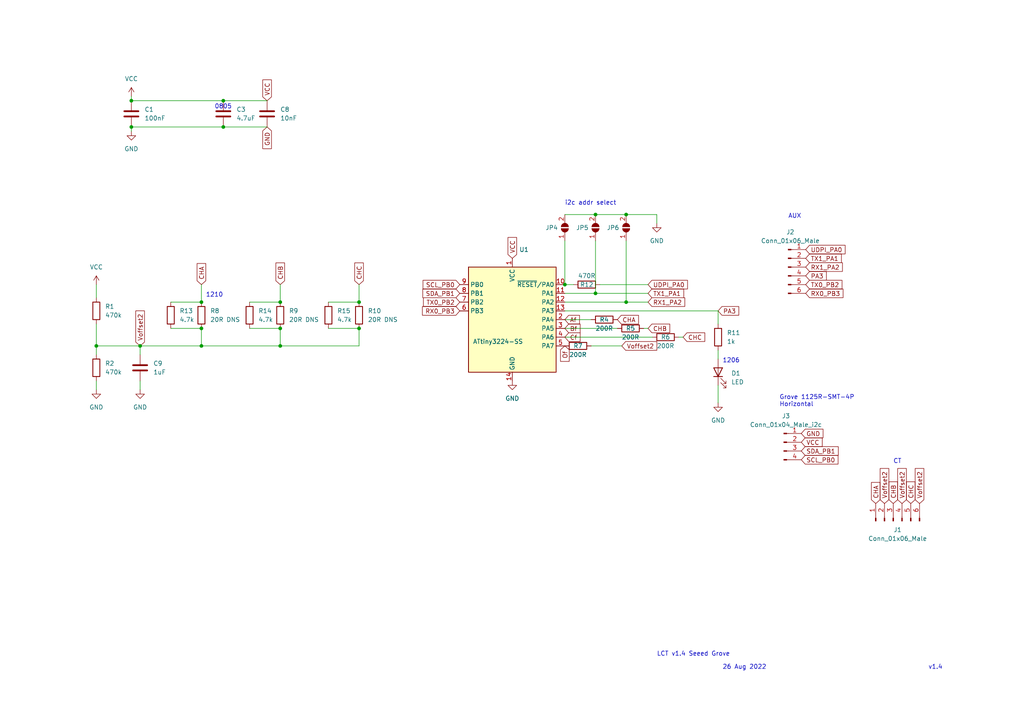
<source format=kicad_sch>
(kicad_sch (version 20211123) (generator eeschema)
  (paper "A4")
  (lib_symbols
    (symbol "Connector:Conn_01x04_Male" (pin_names (offset 1.016) hide)
      (property "Reference" "J" (at 0 5.08 0))
      (property "Value" "Conn_01x04_Male" (at 0 -7.62 0))
      (symbol "Conn_01x04_Male_1_1"
        (polyline (pts (xy 1.27 -5.08) (xy 0.8636 -5.08)) (stroke (width 0.1524)))
        (polyline (pts (xy 1.27 -2.54) (xy 0.8636 -2.54)) (stroke (width 0.1524)))
        (polyline (pts (xy 1.27 0) (xy 0.8636 0)) (stroke (width 0.1524)))
        (polyline (pts (xy 1.27 2.54) (xy 0.8636 2.54)) (stroke (width 0.1524)))
        (rectangle (start 0.8636 -4.953) (end 0 -5.207) (stroke (width 0.1524)) (fill (type outline)))
        (rectangle (start 0.8636 -2.413) (end 0 -2.667) (stroke (width 0.1524)) (fill (type outline)))
        (rectangle (start 0.8636 0.127) (end 0 -0.127) (stroke (width 0.1524)) (fill (type outline)))
        (rectangle (start 0.8636 2.667) (end 0 2.413) (stroke (width 0.1524)) (fill (type outline)))
        (pin passive line (at 5.08 2.54 180) (length 3.81) (name "Pin_1") (number "1"))
        (pin passive line (at 5.08 0 180) (length 3.81) (name "Pin_2") (number "2"))
        (pin passive line (at 5.08 -2.54 180) (length 3.81) (name "Pin_3") (number "3"))
        (pin passive line (at 5.08 -5.08 180) (length 3.81) (name "Pin_4") (number "4"))
      )
    )
    (symbol "Connector:Conn_01x06_Male" (pin_names (offset 1.016) hide)
      (property "Reference" "J" (at 0 7.62 0))
      (property "Value" "Conn_01x06_Male" (at 0 -10.16 0))
      (symbol "Conn_01x06_Male_1_1"
        (polyline (pts (xy 1.27 -7.62) (xy 0.8636 -7.62)) (stroke (width 0.1524)))
        (polyline (pts (xy 1.27 -5.08) (xy 0.8636 -5.08)) (stroke (width 0.1524)))
        (polyline (pts (xy 1.27 -2.54) (xy 0.8636 -2.54)) (stroke (width 0.1524)))
        (polyline (pts (xy 1.27 0) (xy 0.8636 0)) (stroke (width 0.1524)))
        (polyline (pts (xy 1.27 2.54) (xy 0.8636 2.54)) (stroke (width 0.1524)))
        (polyline (pts (xy 1.27 5.08) (xy 0.8636 5.08)) (stroke (width 0.1524)))
        (rectangle (start 0.8636 -7.493) (end 0 -7.747) (stroke (width 0.1524)) (fill (type outline)))
        (rectangle (start 0.8636 -4.953) (end 0 -5.207) (stroke (width 0.1524)) (fill (type outline)))
        (rectangle (start 0.8636 -2.413) (end 0 -2.667) (stroke (width 0.1524)) (fill (type outline)))
        (rectangle (start 0.8636 0.127) (end 0 -0.127) (stroke (width 0.1524)) (fill (type outline)))
        (rectangle (start 0.8636 2.667) (end 0 2.413) (stroke (width 0.1524)) (fill (type outline)))
        (rectangle (start 0.8636 5.207) (end 0 4.953) (stroke (width 0.1524)) (fill (type outline)))
        (pin passive line (at 5.08 5.08 180) (length 3.81) (name "Pin_1") (number "1"))
        (pin passive line (at 5.08 2.54 180) (length 3.81) (name "Pin_2") (number "2"))
        (pin passive line (at 5.08 0 180) (length 3.81) (name "Pin_3") (number "3"))
        (pin passive line (at 5.08 -2.54 180) (length 3.81) (name "Pin_4") (number "4"))
        (pin passive line (at 5.08 -5.08 180) (length 3.81) (name "Pin_5") (number "5"))
        (pin passive line (at 5.08 -7.62 180) (length 3.81) (name "Pin_6") (number "6"))
      )
    )
    (symbol "Device:C" (pin_numbers hide) (pin_names (offset 0.254))
      (property "Reference" "C" (at 0.635 2.54 0))
      (property "Value" "C" (at 0.635 -2.54 0))
      (symbol "C_0_1"
        (polyline (pts (xy -2.032 -0.762) (xy 2.032 -0.762)) (stroke (width 0.508)))
        (polyline (pts (xy -2.032 0.762) (xy 2.032 0.762)) (stroke (width 0.508)))
      )
      (symbol "C_1_1"
        (pin passive line (at 0 3.81 270) (length 2.794) (name "~") (number "1"))
        (pin passive line (at 0 -3.81 90) (length 2.794) (name "~") (number "2"))
      )
    )
    (symbol "Device:LED" (pin_numbers hide) (pin_names (offset 1.016) hide)
      (property "Reference" "D" (at 0 2.54 0))
      (property "Value" "LED" (at 0 -2.54 0))
      (symbol "LED_0_1"
        (polyline (pts (xy -1.27 -1.27) (xy -1.27 1.27)) (stroke (width 0.254)))
        (polyline (pts (xy -1.27 0) (xy 1.27 0)))
        (polyline (pts (xy 1.27 -1.27) (xy 1.27 1.27) (xy -1.27 0) (xy 1.27 -1.27)) (stroke (width 0.254)))
        (polyline (pts (xy -3.048 -0.762) (xy -4.572 -2.286) (xy -3.81 -2.286) (xy -4.572 -2.286) (xy -4.572 -1.524)))
        (polyline (pts (xy -1.778 -0.762) (xy -3.302 -2.286) (xy -2.54 -2.286) (xy -3.302 -2.286) (xy -3.302 -1.524)))
      )
      (symbol "LED_1_1"
        (pin passive line (at -3.81 0 0) (length 2.54) (name "K") (number "1"))
        (pin passive line (at 3.81 0 180) (length 2.54) (name "A") (number "2"))
      )
    )
    (symbol "Device:R" (pin_numbers hide) (pin_names (offset 0))
      (property "Reference" "R" (at 2.032 0 90))
      (property "Value" "R" (at 0 0 90))
      (symbol "R_0_1"
        (rectangle (start -1.016 -2.54) (end 1.016 2.54) (stroke (width 0.254)))
      )
      (symbol "R_1_1"
        (pin passive line (at 0 3.81 270) (length 1.27) (name "~") (number "1"))
        (pin passive line (at 0 -3.81 90) (length 1.27) (name "~") (number "2"))
      )
    )
    (symbol "Jumper:SolderJumper_2_Open" (pin_names (offset 0) hide)
      (property "Reference" "JP" (at 0 2.032 0))
      (property "Value" "SolderJumper_2_Open" (at 0 -2.54 0))
      (symbol "SolderJumper_2_Open_0_1"
        (arc (start -0.254 1.016) (mid -1.27 0) (end -0.254 -1.016))
        (arc (start -0.254 1.016) (mid -1.27 0) (end -0.254 -1.016) (fill (type outline)))
        (polyline (pts (xy -0.254 1.016) (xy -0.254 -1.016)))
        (polyline (pts (xy 0.254 1.016) (xy 0.254 -1.016)))
        (arc (start 0.254 -1.016) (mid 1.27 0) (end 0.254 1.016))
        (arc (start 0.254 -1.016) (mid 1.27 0) (end 0.254 1.016) (fill (type outline)))
      )
      (symbol "SolderJumper_2_Open_1_1"
        (pin passive line (at -3.81 0 0) (length 2.54) (name "A") (number "1"))
        (pin passive line (at 3.81 0 180) (length 2.54) (name "B") (number "2"))
      )
    )
    (symbol "MCU_Microchip_ATtiny:ATtiny3224-SS"
      (property "Reference" "U" (at -12.7 16.51 0))
      (property "Value" "ATtiny3224-SS" (at 2.54 -16.51 0))
      (symbol "ATtiny3224-SS_0_1"
        (rectangle (start -12.7 -15.24) (end 12.7 15.24) (stroke (width 0.254)) (fill (type background)))
      )
      (symbol "ATtiny3224-SS_1_1"
        (pin power_in line (at 0 17.78 270) (length 2.54) (name "VCC") (number "1"))
        (pin bidirectional line (at 15.24 10.16 180) (length 2.54) (name "~{RESET}/PA0") (number "10"))
        (pin bidirectional line (at 15.24 7.62 180) (length 2.54) (name "PA1") (number "11"))
        (pin bidirectional line (at 15.24 5.08 180) (length 2.54) (name "PA2") (number "12"))
        (pin bidirectional line (at 15.24 2.54 180) (length 2.54) (name "PA3") (number "13"))
        (pin power_in line (at 0 -17.78 90) (length 2.54) (name "GND") (number "14"))
        (pin bidirectional line (at 15.24 0 180) (length 2.54) (name "PA4") (number "2"))
        (pin bidirectional line (at 15.24 -2.54 180) (length 2.54) (name "PA5") (number "3"))
        (pin bidirectional line (at 15.24 -5.08 180) (length 2.54) (name "PA6") (number "4"))
        (pin bidirectional line (at 15.24 -7.62 180) (length 2.54) (name "PA7") (number "5"))
        (pin bidirectional line (at -15.24 2.54 0) (length 2.54) (name "PB3") (number "6"))
        (pin bidirectional line (at -15.24 5.08 0) (length 2.54) (name "PB2") (number "7"))
        (pin bidirectional line (at -15.24 7.62 0) (length 2.54) (name "PB1") (number "8"))
        (pin bidirectional line (at -15.24 10.16 0) (length 2.54) (name "PB0") (number "9"))
      )
    )
    (symbol "power:GND" (power) (pin_names (offset 0))
      (property "Value" "GND" (at 0 -3.81 0))
      (symbol "GND_0_1"
        (polyline (pts (xy 0 0) (xy 0 -1.27) (xy 1.27 -1.27) (xy 0 -2.54) (xy -1.27 -1.27) (xy 0 -1.27)))
      )
      (symbol "GND_1_1"
        (pin power_in line (at 0 0 270) (length 0) hide (name "GND") (number "1"))
      )
    )
    (symbol "power:VCC" (power) (pin_names (offset 0))
      (property "Value" "VCC" (at 0 3.81 0))
      (symbol "VCC_0_1"
        (polyline (pts (xy -0.762 1.27) (xy 0 2.54)))
        (polyline (pts (xy 0 0) (xy 0 2.54)))
        (polyline (pts (xy 0 2.54) (xy 0.762 1.27)))
      )
      (symbol "VCC_1_1"
        (pin power_in line (at 0 0 90) (length 0) hide (name "VCC") (number "1"))
      )
    )
  )
  (junction (at 58.42 100.33))
  (junction (at 172.72 85.09))
  (junction (at 64.77 36.83))
  (junction (at 104.14 95.25))
  (junction (at 27.94 100.33))
  (junction (at 58.42 87.63))
  (junction (at 172.72 62.23))
  (junction (at 181.61 62.23))
  (junction (at 81.28 100.33))
  (junction (at 40.64 100.33))
  (junction (at 38.1 29.21))
  (junction (at 81.28 95.25))
  (junction (at 64.77 29.21))
  (junction (at 104.14 87.63))
  (junction (at 181.61 87.63))
  (junction (at 81.28 87.63))
  (junction (at 58.42 95.25))
  (junction (at 163.83 82.55))
  (junction (at 38.1 36.83))
  (wire (pts (xy 163.83 97.79) (xy 189.23 97.79)))
  (wire (pts (xy 64.77 36.83) (xy 77.47 36.83)))
  (wire (pts (xy 163.83 95.25) (xy 179.07 95.25)))
  (wire (pts (xy 173.99 82.55) (xy 187.96 82.55)))
  (wire (pts (xy 163.83 85.09) (xy 172.72 85.09)))
  (wire (pts (xy 104.14 95.25) (xy 104.14 100.33)))
  (wire (pts (xy 163.83 90.17) (xy 208.28 90.17)))
  (wire (pts (xy 172.72 62.23) (xy 181.61 62.23)))
  (wire (pts (xy 163.83 92.71) (xy 171.45 92.71)))
  (wire (pts (xy 38.1 36.83) (xy 38.1 38.1)))
  (wire (pts (xy 104.14 82.55) (xy 104.14 87.63)))
  (wire (pts (xy 171.45 100.33) (xy 180.34 100.33)))
  (wire (pts (xy 38.1 29.21) (xy 38.1 27.94)))
  (wire (pts (xy 95.25 95.25) (xy 104.14 95.25)))
  (wire (pts (xy 208.28 101.6) (xy 208.28 104.14)))
  (wire (pts (xy 163.83 82.55) (xy 166.37 82.55)))
  (wire (pts (xy 81.28 82.55) (xy 81.28 87.63)))
  (wire (pts (xy 49.53 87.63) (xy 58.42 87.63)))
  (wire (pts (xy 163.83 87.63) (xy 181.61 87.63)))
  (wire (pts (xy 58.42 82.55) (xy 58.42 87.63)))
  (wire (pts (xy 172.72 85.09) (xy 187.96 85.09)))
  (wire (pts (xy 181.61 87.63) (xy 187.96 87.63)))
  (wire (pts (xy 81.28 95.25) (xy 81.28 100.33)))
  (wire (pts (xy 27.94 110.49) (xy 27.94 113.03)))
  (wire (pts (xy 27.94 93.98) (xy 27.94 100.33)))
  (wire (pts (xy 181.61 62.23) (xy 190.5 62.23)))
  (wire (pts (xy 58.42 95.25) (xy 58.42 100.33)))
  (wire (pts (xy 38.1 36.83) (xy 64.77 36.83)))
  (wire (pts (xy 40.64 100.33) (xy 58.42 100.33)))
  (wire (pts (xy 27.94 102.87) (xy 27.94 100.33)))
  (wire (pts (xy 27.94 100.33) (xy 40.64 100.33)))
  (wire (pts (xy 40.64 100.33) (xy 40.64 102.87)))
  (wire (pts (xy 190.5 62.23) (xy 190.5 64.77)))
  (wire (pts (xy 208.28 90.17) (xy 208.28 93.98)))
  (wire (pts (xy 72.39 95.25) (xy 81.28 95.25)))
  (wire (pts (xy 172.72 69.85) (xy 172.72 85.09)))
  (wire (pts (xy 49.53 95.25) (xy 58.42 95.25)))
  (wire (pts (xy 40.64 110.49) (xy 40.64 113.03)))
  (wire (pts (xy 58.42 100.33) (xy 81.28 100.33)))
  (wire (pts (xy 181.61 69.85) (xy 181.61 87.63)))
  (wire (pts (xy 186.69 95.25) (xy 187.96 95.25)))
  (wire (pts (xy 196.85 97.79) (xy 198.12 97.79)))
  (wire (pts (xy 163.83 62.23) (xy 172.72 62.23)))
  (wire (pts (xy 208.28 111.76) (xy 208.28 116.84)))
  (wire (pts (xy 72.39 87.63) (xy 81.28 87.63)))
  (wire (pts (xy 81.28 100.33) (xy 104.14 100.33)))
  (wire (pts (xy 38.1 29.21) (xy 64.77 29.21)))
  (wire (pts (xy 95.25 87.63) (xy 104.14 87.63)))
  (wire (pts (xy 27.94 82.55) (xy 27.94 86.36)))
  (wire (pts (xy 64.77 29.21) (xy 77.47 29.21)))
  (wire (pts (xy 163.83 69.85) (xy 163.83 82.55)))
  (text "i2c addr select" (at 163.83 59.69 0) (effects (font (size 1.27 1.27)) (justify left bottom)))
  (text "v1.4" (at 269.24 194.31 0) (effects (font (size 1.27 1.27)) (justify left bottom)))
  (text "CT" (at 259.08 134.62 0) (effects (font (size 1.27 1.27)) (justify left bottom)))
  (text "26 Aug 2022" (at 209.55 194.31 0) (effects (font (size 1.27 1.27)) (justify left bottom)))
  (text "LCT v1.4 Seeed Grove" (at 190.5 190.5 0) (effects (font (size 1.27 1.27)) (justify left bottom)))
  (text "0805" (at 62.23 31.75 0) (effects (font (size 1.27 1.27)) (justify left bottom)))
  (text "1206" (at 209.55 105.41 0) (effects (font (size 1.27 1.27)) (justify left bottom)))
  (text "AUX\n" (at 228.6 63.5 0) (effects (font (size 1.27 1.27)) (justify left bottom)))
  (text "Grove 1125R-SMT-4P \nHorizontal" (at 226.06 118.11 0) (effects (font (size 1.27 1.27)) (justify left bottom)))
  (text "1210" (at 59.69 86.36 0) (effects (font (size 1.27 1.27)) (justify left bottom)))
  (global_label "RX1_PA2" (shape input) (at 233.68 77.47 0) (property "Intersheet References" "${INTERSHEET_REFS}" (effects hide)))
  (global_label "CHB" (shape input) (at 187.96 95.25 0) (property "Intersheet References" "${INTERSHEET_REFS}" (effects hide)))
  (global_label "UDPI_PA0" (shape input) (at 187.96 82.55 0) (property "Intersheet References" "${INTERSHEET_REFS}" (effects hide)))
  (global_label "Af" (shape input) (at 163.83 92.71 0) (property "Intersheet References" "${INTERSHEET_REFS}" (effects hide)))
  (global_label "TX1_PA1" (shape input) (at 233.68 74.93 0) (property "Intersheet References" "${INTERSHEET_REFS}" (effects hide)))
  (global_label "CHB" (shape input) (at 259.08 146.05 90) (property "Intersheet References" "${INTERSHEET_REFS}" (effects hide)))
  (global_label "RX1_PA2" (shape input) (at 187.96 87.63 0) (property "Intersheet References" "${INTERSHEET_REFS}" (effects hide)))
  (global_label "CHC" (shape input) (at 264.16 146.05 90) (property "Intersheet References" "${INTERSHEET_REFS}" (effects hide)))
  (global_label "SDA_PB1" (shape input) (at 133.35 85.09 180) (property "Intersheet References" "${INTERSHEET_REFS}" (effects hide)))
  (global_label "CHC" (shape input) (at 198.12 97.79 0) (property "Intersheet References" "${INTERSHEET_REFS}" (effects hide)))
  (global_label "SCL_PB0" (shape input) (at 133.35 82.55 180) (property "Intersheet References" "${INTERSHEET_REFS}" (effects hide)))
  (global_label "Voffset2" (shape input) (at 180.34 100.33 0) (property "Intersheet References" "${INTERSHEET_REFS}" (effects hide)))
  (global_label "VCC" (shape input) (at 148.59 74.93 90) (property "Intersheet References" "${INTERSHEET_REFS}" (effects hide)))
  (global_label "SDA_PB1" (shape input) (at 232.41 130.81 0) (property "Intersheet References" "${INTERSHEET_REFS}" (effects hide)))
  (global_label "Voffset2" (shape input) (at 261.62 146.05 90) (property "Intersheet References" "${INTERSHEET_REFS}" (effects hide)))
  (global_label "CHB" (shape input) (at 81.28 82.55 90) (property "Intersheet References" "${INTERSHEET_REFS}" (effects hide)))
  (global_label "RX0_PB3" (shape input) (at 133.35 90.17 180) (property "Intersheet References" "${INTERSHEET_REFS}" (effects hide)))
  (global_label "UDPI_PA0" (shape input) (at 233.68 72.39 0) (property "Intersheet References" "${INTERSHEET_REFS}" (effects hide)))
  (global_label "PA3" (shape input) (at 208.28 90.17 0) (property "Intersheet References" "${INTERSHEET_REFS}" (effects hide)))
  (global_label "TX0_PB2" (shape input) (at 233.68 82.55 0) (property "Intersheet References" "${INTERSHEET_REFS}" (effects hide)))
  (global_label "VCC" (shape input) (at 232.41 128.27 0) (property "Intersheet References" "${INTERSHEET_REFS}" (effects hide)))
  (global_label "Voffset2" (shape input) (at 266.7 146.05 90) (property "Intersheet References" "${INTERSHEET_REFS}" (effects hide)))
  (global_label "RX0_PB3" (shape input) (at 233.68 85.09 0) (property "Intersheet References" "${INTERSHEET_REFS}" (effects hide)))
  (global_label "CHA" (shape input) (at 254 146.05 90) (property "Intersheet References" "${INTERSHEET_REFS}" (effects hide)))
  (global_label "TX0_PB2" (shape input) (at 133.35 87.63 180) (property "Intersheet References" "${INTERSHEET_REFS}" (effects hide)))
  (global_label "TX1_PA1" (shape input) (at 187.96 85.09 0) (property "Intersheet References" "${INTERSHEET_REFS}" (effects hide)))
  (global_label "CHA" (shape input) (at 58.42 82.55 90) (property "Intersheet References" "${INTERSHEET_REFS}" (effects hide)))
  (global_label "VCC" (shape input) (at 77.47 29.21 90) (property "Intersheet References" "${INTERSHEET_REFS}" (effects hide)))
  (global_label "CHA" (shape input) (at 179.07 92.71 0) (property "Intersheet References" "${INTERSHEET_REFS}" (effects hide)))
  (global_label "Voffset2" (shape input) (at 40.64 100.33 90) (property "Intersheet References" "${INTERSHEET_REFS}" (effects hide)))
  (global_label "Cf" (shape input) (at 163.83 97.79 0) (property "Intersheet References" "${INTERSHEET_REFS}" (effects hide)))
  (global_label "Bf" (shape input) (at 163.83 95.25 0) (property "Intersheet References" "${INTERSHEET_REFS}" (effects hide)))
  (global_label "SCL_PB0" (shape input) (at 232.41 133.35 0) (property "Intersheet References" "${INTERSHEET_REFS}" (effects hide)))
  (global_label "Voffset2" (shape input) (at 256.54 146.05 90) (property "Intersheet References" "${INTERSHEET_REFS}" (effects hide)))
  (global_label "PA3" (shape input) (at 233.68 80.01 0) (property "Intersheet References" "${INTERSHEET_REFS}" (effects hide)))
  (global_label "GND" (shape input) (at 232.41 125.73 0) (property "Intersheet References" "${INTERSHEET_REFS}" (effects hide)))
  (global_label "CHC" (shape input) (at 104.14 82.55 90) (property "Intersheet References" "${INTERSHEET_REFS}" (effects hide)))
  (global_label "GND" (shape input) (at 77.47 36.83 270) (property "Intersheet References" "${INTERSHEET_REFS}" (effects hide)))
  (global_label "Of" (shape input) (at 163.83 100.33 270) (property "Intersheet References" "${INTERSHEET_REFS}" (effects hide)))
  (symbol (lib_id "Device:R") (at 175.26 92.71 90) (unit 1)
    (property "Reference" "R4" (at 175.26 92.71 90))
    (property "Value" "200R" (at 175.26 95.25 90))
    (property "Footprint" "Resistor_SMD:R_0603_1608Metric" (effects hide))
  )
  (symbol (lib_id "power:VCC") (at 38.1 27.94 0) (unit 1)
    (property "Reference" "#PWR03" (effects hide))
    (property "Value" "VCC" (at 38.1 22.86 0))
  )
  (symbol (lib_id "power:GND") (at 38.1 38.1 0) (unit 1)
    (property "Reference" "#PWR04" (effects hide))
    (property "Value" "GND" (at 38.1 43.18 0))
  )
  (symbol (lib_id "Device:R") (at 95.25 91.44 0) (unit 1)
    (property "Reference" "R15" (at 97.79 90.1699 0) (effects (justify left)))
    (property "Value" "4.7k" (at 97.79 92.7099 0) (effects (justify left)))
    (property "Footprint" "Resistor_SMD:R_0603_1608Metric" (effects hide))
  )
  (symbol (lib_id "Jumper:SolderJumper_2_Open") (at 181.61 66.04 90) (unit 1)
    (property "Reference" "JP6" (at 177.8 66.04 90))
    (property "Value" "SolderJumper_2_Open" (effects hide))
    (property "Footprint" "Jumper:SolderJumper-2_P1.3mm_Open_TrianglePad1.0x1.5mm" (effects hide))
  )
  (symbol (lib_id "power:VCC") (at 27.94 82.55 0) (unit 1)
    (property "Reference" "#PWR01" (effects hide))
    (property "Value" "VCC" (at 27.94 77.47 0))
  )
  (symbol (lib_id "power:GND") (at 40.64 113.03 0) (unit 1)
    (property "Reference" "#PWR05" (effects hide))
    (property "Value" "GND" (at 40.64 118.11 0))
  )
  (symbol (lib_id "Device:C") (at 77.47 33.02 0) (unit 1)
    (property "Reference" "C8" (at 81.28 31.7499 0) (effects (justify left)))
    (property "Value" "10nF" (at 81.28 34.2899 0) (effects (justify left)))
    (property "Footprint" "Capacitor_SMD:C_0603_1608Metric" (effects hide))
  )
  (symbol (lib_id "Connector:Conn_01x06_Male") (at 259.08 151.13 90) (unit 1)
    (property "Reference" "J1" (at 260.35 153.67 90))
    (property "Value" "Conn_01x06_Male" (at 260.35 156.21 90))
    (property "Footprint" "TerminalBlock_TE-Connectivity:TerminalBlock_TE_282834-6_1x06_P2.54mm_Horizontal" (effects hide))
  )
  (symbol (lib_id "power:GND") (at 208.28 116.84 0) (unit 1)
    (property "Reference" "#PWR0101" (effects hide))
    (property "Value" "GND" (at 208.28 121.92 0))
  )
  (symbol (lib_id "Device:R") (at 182.88 95.25 90) (unit 1)
    (property "Reference" "R5" (at 182.88 95.25 90))
    (property "Value" "200R" (at 182.88 97.79 90))
    (property "Footprint" "Resistor_SMD:R_0603_1608Metric" (effects hide))
  )
  (symbol (lib_id "Device:R") (at 208.28 97.79 0) (unit 1)
    (property "Reference" "R11" (at 210.82 96.5199 0) (effects (justify left)))
    (property "Value" "1k" (at 210.82 99.0599 0) (effects (justify left)))
    (property "Footprint" "Resistor_SMD:R_0603_1608Metric" (effects hide))
  )
  (symbol (lib_id "Device:C") (at 38.1 33.02 0) (unit 1)
    (property "Reference" "C1" (at 41.91 31.7499 0) (effects (justify left)))
    (property "Value" "100nF" (at 41.91 34.2899 0) (effects (justify left)))
    (property "Footprint" "Capacitor_SMD:C_0603_1608Metric" (effects hide))
  )
  (symbol (lib_id "MCU_Microchip_ATtiny:ATtiny3224-SS") (at 148.59 92.71 0) (unit 1)
    (property "Reference" "U1" (at 150.6094 72.39 0) (effects (justify left)))
    (property "Value" "ATtiny3224-SS" (at 137.16 99.06 0) (effects (justify left)))
    (property "Footprint" "Package_SO:SOIC-14_3.9x8.7mm_P1.27mm" (effects hide))
    (property "Datasheet" "https://ww1.microchip.com/downloads/en/DeviceDoc/ATtiny3224-3226-3227-Data-Sheet-DS40002345A.pdf" (effects hide))
  )
  (symbol (lib_id "Connector:Conn_01x06_Male") (at 228.6 77.47 0) (unit 1)
    (property "Reference" "J2" (at 229.235 67.31 0))
    (property "Value" "Conn_01x06_Male" (at 229.235 69.85 0))
    (property "Footprint" "TerminalBlock_TE-Connectivity:TerminalBlock_TE_282834-6_1x06_P2.54mm_Horizontal" (effects hide))
  )
  (symbol (lib_id "power:GND") (at 190.5 64.77 0) (unit 1)
    (property "Reference" "#PWR0102" (effects hide))
    (property "Value" "GND" (at 190.5 69.85 0))
  )
  (symbol (lib_id "Jumper:SolderJumper_2_Open") (at 163.83 66.04 90) (unit 1)
    (property "Reference" "JP4" (at 160.02 66.04 90))
    (property "Value" "SolderJumper_2_Open" (effects hide))
    (property "Footprint" "Jumper:SolderJumper-2_P1.3mm_Open_TrianglePad1.0x1.5mm" (effects hide))
  )
  (symbol (lib_id "Device:R") (at 104.14 91.44 0) (unit 1)
    (property "Reference" "R10" (at 106.68 90.1699 0) (effects (justify left)))
    (property "Value" "20R DNS" (at 106.68 92.7099 0) (effects (justify left)))
    (property "Footprint" "Resistor_SMD:R_1210_3225Metric" (effects hide))
  )
  (symbol (lib_id "Device:R") (at 81.28 91.44 0) (unit 1)
    (property "Reference" "R9" (at 83.82 90.1699 0) (effects (justify left)))
    (property "Value" "20R DNS" (at 83.82 92.7099 0) (effects (justify left)))
    (property "Footprint" "Resistor_SMD:R_1210_3225Metric" (effects hide))
  )
  (symbol (lib_id "Jumper:SolderJumper_2_Open") (at 172.72 66.04 90) (unit 1)
    (property "Reference" "JP5" (at 168.91 66.04 90))
    (property "Value" "SolderJumper_2_Open" (effects hide))
    (property "Footprint" "Jumper:SolderJumper-2_P1.3mm_Open_TrianglePad1.0x1.5mm" (effects hide))
  )
  (symbol (lib_id "Connector:Conn_01x04_Male") (at 227.33 128.27 0) (unit 1)
    (property "Reference" "J3" (at 227.965 120.65 0))
    (property "Value" "Conn_01x04_Male_i2c" (at 227.965 123.19 0))
    (property "Footprint" "Connector_JST:JST_PH_S4B-PH-SM4-TB_1x04-1MP_P2.00mm_Horizontal" (effects hide))
    (property "Datasheet" "JST: S4B-PH-SM4-TB(LF)(SN), Digikey# 455-1751-1-ND, Seeed: 1125R-SMT-4P" (effects hide))
  )
  (symbol (lib_id "Device:C") (at 40.64 106.68 0) (unit 1)
    (property "Reference" "C9" (at 44.45 105.4099 0) (effects (justify left)))
    (property "Value" "1uF" (at 44.45 107.9499 0) (effects (justify left)))
    (property "Footprint" "Capacitor_SMD:C_0805_2012Metric" (effects hide))
  )
  (symbol (lib_id "Device:R") (at 27.94 106.68 0) (unit 1)
    (property "Reference" "R2" (at 30.48 105.4099 0) (effects (justify left)))
    (property "Value" "470k" (at 30.48 107.9499 0) (effects (justify left)))
    (property "Footprint" "Resistor_SMD:R_0603_1608Metric" (effects hide))
  )
  (symbol (lib_id "Device:R") (at 193.04 97.79 90) (unit 1)
    (property "Reference" "R6" (at 193.04 97.79 90))
    (property "Value" "200R" (at 193.04 100.33 90))
    (property "Footprint" "Resistor_SMD:R_0603_1608Metric" (effects hide))
  )
  (symbol (lib_id "Device:R") (at 58.42 91.44 0) (unit 1)
    (property "Reference" "R8" (at 60.96 90.1699 0) (effects (justify left)))
    (property "Value" "20R DNS" (at 60.96 92.7099 0) (effects (justify left)))
    (property "Footprint" "Resistor_SMD:R_1210_3225Metric" (effects hide))
  )
  (symbol (lib_id "Device:R") (at 72.39 91.44 0) (unit 1)
    (property "Reference" "R14" (at 74.93 90.1699 0) (effects (justify left)))
    (property "Value" "4.7k" (at 74.93 92.7099 0) (effects (justify left)))
    (property "Footprint" "Resistor_SMD:R_0603_1608Metric" (effects hide))
  )
  (symbol (lib_id "Device:R") (at 27.94 90.17 0) (unit 1)
    (property "Reference" "R1" (at 30.48 88.8999 0) (effects (justify left)))
    (property "Value" "470k" (at 30.48 91.4399 0) (effects (justify left)))
    (property "Footprint" "Resistor_SMD:R_0603_1608Metric" (effects hide))
  )
  (symbol (lib_id "Device:C") (at 64.77 33.02 0) (unit 1)
    (property "Reference" "C3" (at 68.58 31.7499 0) (effects (justify left)))
    (property "Value" "4.7uF" (at 68.58 34.2899 0) (effects (justify left)))
    (property "Footprint" "Capacitor_SMD:C_0805_2012Metric" (effects hide))
  )
  (symbol (lib_id "Device:LED") (at 208.28 107.95 90) (unit 1)
    (property "Reference" "D1" (at 212.09 108.2674 90) (effects (justify right)))
    (property "Value" "LED" (at 212.09 110.8074 90) (effects (justify right)))
    (property "Footprint" "LED_SMD:LED_0805_2012Metric" (effects hide))
  )
  (symbol (lib_id "Device:R") (at 49.53 91.44 0) (unit 1)
    (property "Reference" "R13" (at 52.07 90.1699 0) (effects (justify left)))
    (property "Value" "4.7k" (at 52.07 92.7099 0) (effects (justify left)))
    (property "Footprint" "Resistor_SMD:R_0603_1608Metric" (effects hide))
  )
  (symbol (lib_id "power:GND") (at 148.59 110.49 0) (unit 1)
    (property "Reference" "#PWR07" (effects hide))
    (property "Value" "GND" (at 148.59 115.57 0))
  )
  (symbol (lib_id "Device:R") (at 170.18 82.55 90) (unit 1)
    (property "Reference" "R12" (at 170.18 82.55 90))
    (property "Value" "470R" (at 170.18 80.01 90))
    (property "Footprint" "Resistor_SMD:R_0603_1608Metric" (effects hide))
  )
  (symbol (lib_id "Device:R") (at 167.64 100.33 90) (unit 1)
    (property "Reference" "R7" (at 167.64 100.33 90))
    (property "Value" "200R" (at 167.64 102.87 90))
    (property "Footprint" "Resistor_SMD:R_0603_1608Metric" (effects hide))
  )
  (symbol (lib_id "power:GND") (at 27.94 113.03 0) (unit 1)
    (property "Reference" "#PWR02" (effects hide))
    (property "Value" "GND" (at 27.94 118.11 0))
  )
)
</source>
